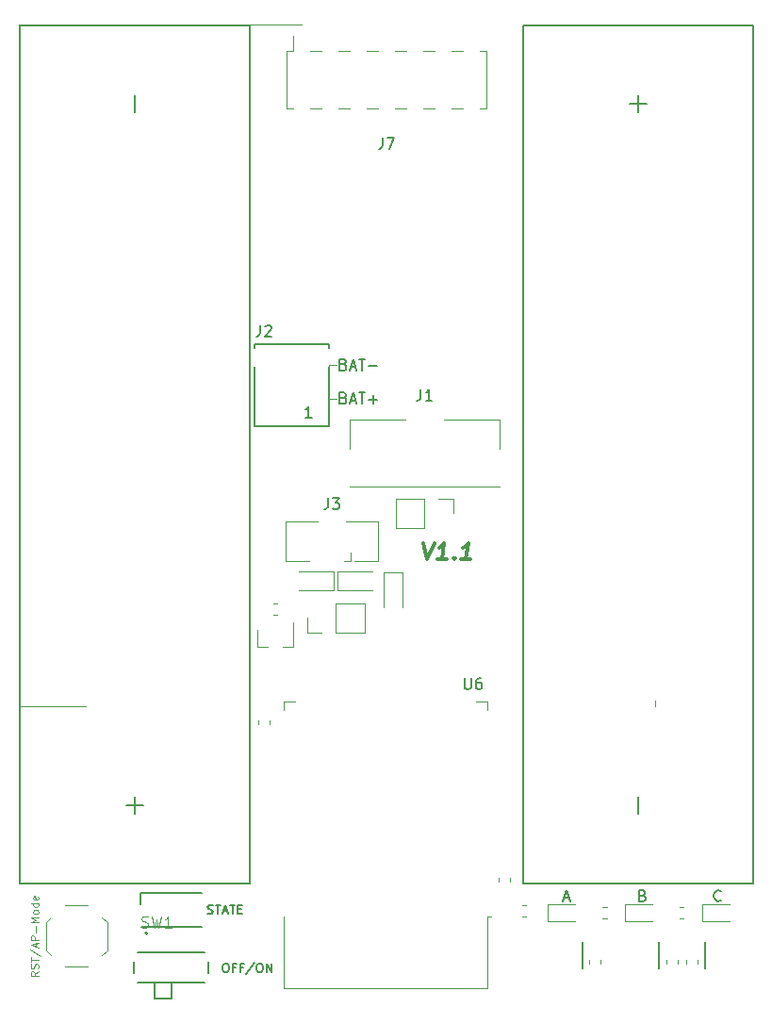
<source format=gbr>
%TF.GenerationSoftware,KiCad,Pcbnew,(5.1.6)-1*%
%TF.CreationDate,2022-08-05T13:09:53+02:00*%
%TF.ProjectId,ZumoComSystem,5a756d6f-436f-46d5-9379-7374656d2e6b,V1.1*%
%TF.SameCoordinates,Original*%
%TF.FileFunction,Legend,Top*%
%TF.FilePolarity,Positive*%
%FSLAX46Y46*%
G04 Gerber Fmt 4.6, Leading zero omitted, Abs format (unit mm)*
G04 Created by KiCad (PCBNEW (5.1.6)-1) date 2022-08-05 13:09:53*
%MOMM*%
%LPD*%
G01*
G04 APERTURE LIST*
%ADD10C,0.300000*%
%ADD11C,0.120000*%
%ADD12C,0.150000*%
%ADD13C,0.127000*%
%ADD14C,0.200000*%
%ADD15C,0.015000*%
G04 APERTURE END LIST*
D10*
X150335714Y-104538571D02*
X150648214Y-106038571D01*
X151335714Y-104538571D01*
X152433928Y-106038571D02*
X151576785Y-106038571D01*
X152005357Y-106038571D02*
X152192857Y-104538571D01*
X152023214Y-104752857D01*
X151862500Y-104895714D01*
X151710714Y-104967142D01*
X153094642Y-105895714D02*
X153157142Y-105967142D01*
X153076785Y-106038571D01*
X153014285Y-105967142D01*
X153094642Y-105895714D01*
X153076785Y-106038571D01*
X154576785Y-106038571D02*
X153719642Y-106038571D01*
X154148214Y-106038571D02*
X154335714Y-104538571D01*
X154166071Y-104752857D01*
X154005357Y-104895714D01*
X153853571Y-104967142D01*
D11*
X141800000Y-88600000D02*
X141800000Y-88800000D01*
X142500000Y-91600000D02*
X141800000Y-91600000D01*
X142500000Y-88600000D02*
X141800000Y-88600000D01*
D12*
X143142857Y-88528571D02*
X143285714Y-88576190D01*
X143333333Y-88623809D01*
X143380952Y-88719047D01*
X143380952Y-88861904D01*
X143333333Y-88957142D01*
X143285714Y-89004761D01*
X143190476Y-89052380D01*
X142809523Y-89052380D01*
X142809523Y-88052380D01*
X143142857Y-88052380D01*
X143238095Y-88100000D01*
X143285714Y-88147619D01*
X143333333Y-88242857D01*
X143333333Y-88338095D01*
X143285714Y-88433333D01*
X143238095Y-88480952D01*
X143142857Y-88528571D01*
X142809523Y-88528571D01*
X143761904Y-88766666D02*
X144238095Y-88766666D01*
X143666666Y-89052380D02*
X144000000Y-88052380D01*
X144333333Y-89052380D01*
X144523809Y-88052380D02*
X145095238Y-88052380D01*
X144809523Y-89052380D02*
X144809523Y-88052380D01*
X145428571Y-88671428D02*
X146190476Y-88671428D01*
X143142857Y-91528571D02*
X143285714Y-91576190D01*
X143333333Y-91623809D01*
X143380952Y-91719047D01*
X143380952Y-91861904D01*
X143333333Y-91957142D01*
X143285714Y-92004761D01*
X143190476Y-92052380D01*
X142809523Y-92052380D01*
X142809523Y-91052380D01*
X143142857Y-91052380D01*
X143238095Y-91100000D01*
X143285714Y-91147619D01*
X143333333Y-91242857D01*
X143333333Y-91338095D01*
X143285714Y-91433333D01*
X143238095Y-91480952D01*
X143142857Y-91528571D01*
X142809523Y-91528571D01*
X143761904Y-91766666D02*
X144238095Y-91766666D01*
X143666666Y-92052380D02*
X144000000Y-91052380D01*
X144333333Y-92052380D01*
X144523809Y-91052380D02*
X145095238Y-91052380D01*
X144809523Y-92052380D02*
X144809523Y-91052380D01*
X145428571Y-91671428D02*
X146190476Y-91671428D01*
X145809523Y-92052380D02*
X145809523Y-91290476D01*
X132480952Y-142311904D02*
X132633333Y-142311904D01*
X132709523Y-142350000D01*
X132785714Y-142426190D01*
X132823809Y-142578571D01*
X132823809Y-142845238D01*
X132785714Y-142997619D01*
X132709523Y-143073809D01*
X132633333Y-143111904D01*
X132480952Y-143111904D01*
X132404761Y-143073809D01*
X132328571Y-142997619D01*
X132290476Y-142845238D01*
X132290476Y-142578571D01*
X132328571Y-142426190D01*
X132404761Y-142350000D01*
X132480952Y-142311904D01*
X133433333Y-142692857D02*
X133166666Y-142692857D01*
X133166666Y-143111904D02*
X133166666Y-142311904D01*
X133547619Y-142311904D01*
X134119047Y-142692857D02*
X133852380Y-142692857D01*
X133852380Y-143111904D02*
X133852380Y-142311904D01*
X134233333Y-142311904D01*
X135109523Y-142273809D02*
X134423809Y-143302380D01*
X135528571Y-142311904D02*
X135680952Y-142311904D01*
X135757142Y-142350000D01*
X135833333Y-142426190D01*
X135871428Y-142578571D01*
X135871428Y-142845238D01*
X135833333Y-142997619D01*
X135757142Y-143073809D01*
X135680952Y-143111904D01*
X135528571Y-143111904D01*
X135452380Y-143073809D01*
X135376190Y-142997619D01*
X135338095Y-142845238D01*
X135338095Y-142578571D01*
X135376190Y-142426190D01*
X135452380Y-142350000D01*
X135528571Y-142311904D01*
X136214285Y-143111904D02*
X136214285Y-142311904D01*
X136671428Y-143111904D01*
X136671428Y-142311904D01*
X130957142Y-137823809D02*
X131071428Y-137861904D01*
X131261904Y-137861904D01*
X131338095Y-137823809D01*
X131376190Y-137785714D01*
X131414285Y-137709523D01*
X131414285Y-137633333D01*
X131376190Y-137557142D01*
X131338095Y-137519047D01*
X131261904Y-137480952D01*
X131109523Y-137442857D01*
X131033333Y-137404761D01*
X130995238Y-137366666D01*
X130957142Y-137290476D01*
X130957142Y-137214285D01*
X130995238Y-137138095D01*
X131033333Y-137100000D01*
X131109523Y-137061904D01*
X131300000Y-137061904D01*
X131414285Y-137100000D01*
X131642857Y-137061904D02*
X132100000Y-137061904D01*
X131871428Y-137861904D02*
X131871428Y-137061904D01*
X132328571Y-137633333D02*
X132709523Y-137633333D01*
X132252380Y-137861904D02*
X132519047Y-137061904D01*
X132785714Y-137861904D01*
X132938095Y-137061904D02*
X133395238Y-137061904D01*
X133166666Y-137861904D02*
X133166666Y-137061904D01*
X133661904Y-137442857D02*
X133928571Y-137442857D01*
X134042857Y-137861904D02*
X133661904Y-137861904D01*
X133661904Y-137061904D01*
X134042857Y-137061904D01*
D11*
X114000000Y-58000000D02*
X139400000Y-58000000D01*
D12*
X177034523Y-136632142D02*
X176986904Y-136679761D01*
X176844047Y-136727380D01*
X176748809Y-136727380D01*
X176605952Y-136679761D01*
X176510714Y-136584523D01*
X176463095Y-136489285D01*
X176415476Y-136298809D01*
X176415476Y-136155952D01*
X176463095Y-135965476D01*
X176510714Y-135870238D01*
X176605952Y-135775000D01*
X176748809Y-135727380D01*
X176844047Y-135727380D01*
X176986904Y-135775000D01*
X177034523Y-135822619D01*
X170021428Y-136203571D02*
X170164285Y-136251190D01*
X170211904Y-136298809D01*
X170259523Y-136394047D01*
X170259523Y-136536904D01*
X170211904Y-136632142D01*
X170164285Y-136679761D01*
X170069047Y-136727380D01*
X169688095Y-136727380D01*
X169688095Y-135727380D01*
X170021428Y-135727380D01*
X170116666Y-135775000D01*
X170164285Y-135822619D01*
X170211904Y-135917857D01*
X170211904Y-136013095D01*
X170164285Y-136108333D01*
X170116666Y-136155952D01*
X170021428Y-136203571D01*
X169688095Y-136203571D01*
X162911904Y-136441666D02*
X163388095Y-136441666D01*
X162816666Y-136727380D02*
X163150000Y-135727380D01*
X163483333Y-136727380D01*
D11*
X115741666Y-143041666D02*
X115408333Y-143275000D01*
X115741666Y-143441666D02*
X115041666Y-143441666D01*
X115041666Y-143175000D01*
X115075000Y-143108333D01*
X115108333Y-143075000D01*
X115175000Y-143041666D01*
X115275000Y-143041666D01*
X115341666Y-143075000D01*
X115375000Y-143108333D01*
X115408333Y-143175000D01*
X115408333Y-143441666D01*
X115708333Y-142775000D02*
X115741666Y-142675000D01*
X115741666Y-142508333D01*
X115708333Y-142441666D01*
X115675000Y-142408333D01*
X115608333Y-142375000D01*
X115541666Y-142375000D01*
X115475000Y-142408333D01*
X115441666Y-142441666D01*
X115408333Y-142508333D01*
X115375000Y-142641666D01*
X115341666Y-142708333D01*
X115308333Y-142741666D01*
X115241666Y-142775000D01*
X115175000Y-142775000D01*
X115108333Y-142741666D01*
X115075000Y-142708333D01*
X115041666Y-142641666D01*
X115041666Y-142475000D01*
X115075000Y-142375000D01*
X115041666Y-142175000D02*
X115041666Y-141775000D01*
X115741666Y-141975000D02*
X115041666Y-141975000D01*
X115008333Y-141041666D02*
X115908333Y-141641666D01*
X115541666Y-140841666D02*
X115541666Y-140508333D01*
X115741666Y-140908333D02*
X115041666Y-140675000D01*
X115741666Y-140441666D01*
X115741666Y-140208333D02*
X115041666Y-140208333D01*
X115041666Y-139941666D01*
X115075000Y-139875000D01*
X115108333Y-139841666D01*
X115175000Y-139808333D01*
X115275000Y-139808333D01*
X115341666Y-139841666D01*
X115375000Y-139875000D01*
X115408333Y-139941666D01*
X115408333Y-140208333D01*
X115475000Y-139508333D02*
X115475000Y-138975000D01*
X115741666Y-138641666D02*
X115041666Y-138641666D01*
X115541666Y-138408333D01*
X115041666Y-138175000D01*
X115741666Y-138175000D01*
X115741666Y-137741666D02*
X115708333Y-137808333D01*
X115675000Y-137841666D01*
X115608333Y-137875000D01*
X115408333Y-137875000D01*
X115341666Y-137841666D01*
X115308333Y-137808333D01*
X115275000Y-137741666D01*
X115275000Y-137641666D01*
X115308333Y-137575000D01*
X115341666Y-137541666D01*
X115408333Y-137508333D01*
X115608333Y-137508333D01*
X115675000Y-137541666D01*
X115708333Y-137575000D01*
X115741666Y-137641666D01*
X115741666Y-137741666D01*
X115741666Y-136908333D02*
X115041666Y-136908333D01*
X115708333Y-136908333D02*
X115741666Y-136975000D01*
X115741666Y-137108333D01*
X115708333Y-137175000D01*
X115675000Y-137208333D01*
X115608333Y-137241666D01*
X115408333Y-137241666D01*
X115341666Y-137208333D01*
X115308333Y-137175000D01*
X115275000Y-137108333D01*
X115275000Y-136975000D01*
X115308333Y-136908333D01*
X115708333Y-136308333D02*
X115741666Y-136375000D01*
X115741666Y-136508333D01*
X115708333Y-136575000D01*
X115641666Y-136608333D01*
X115375000Y-136608333D01*
X115308333Y-136575000D01*
X115275000Y-136508333D01*
X115275000Y-136375000D01*
X115308333Y-136308333D01*
X115375000Y-136275000D01*
X115441666Y-136275000D01*
X115508333Y-136608333D01*
X171100000Y-119200000D02*
X171100000Y-118700000D01*
X120000000Y-119200000D02*
X114000000Y-119200000D01*
D13*
%TO.C,SW1*%
X131025000Y-142150000D02*
X131025000Y-143150000D01*
X124675000Y-144000000D02*
X130675000Y-144000000D01*
X124675000Y-141300000D02*
X130675000Y-141300000D01*
X124325000Y-142150000D02*
X124325000Y-143150000D01*
X127675000Y-145500000D02*
X127675000Y-144000000D01*
X126175000Y-145500000D02*
X127675000Y-145500000D01*
X126175000Y-144000000D02*
X126175000Y-145500000D01*
D14*
X125525000Y-139600000D02*
G75*
G03*
X125525000Y-139600000I-100000J0D01*
G01*
D11*
%TO.C,TP2*%
X139870000Y-112630000D02*
X139870000Y-111300000D01*
X141200000Y-112630000D02*
X139870000Y-112630000D01*
X142470000Y-112630000D02*
X142470000Y-109970000D01*
X142470000Y-109970000D02*
X145070000Y-109970000D01*
X142470000Y-112630000D02*
X145070000Y-112630000D01*
X145070000Y-112630000D02*
X145070000Y-109970000D01*
%TO.C,TP1*%
X153030000Y-100570000D02*
X153030000Y-101900000D01*
X151700000Y-100570000D02*
X153030000Y-100570000D01*
X150430000Y-100570000D02*
X150430000Y-103230000D01*
X150430000Y-103230000D02*
X147830000Y-103230000D01*
X150430000Y-100570000D02*
X147830000Y-100570000D01*
X147830000Y-100570000D02*
X147830000Y-103230000D01*
D12*
%TO.C,D11*%
X130375000Y-139000000D02*
X124975000Y-139000000D01*
X130375000Y-136000000D02*
X124875000Y-136000000D01*
X124875000Y-137000000D02*
X124875000Y-136000000D01*
D14*
%TO.C,SW5*%
X175600000Y-140400000D02*
X175600000Y-142800000D01*
%TO.C,SW4*%
X171500000Y-142800000D02*
X171500000Y-140400000D01*
%TO.C,SW3*%
X164600000Y-142800000D02*
X164600000Y-140400000D01*
D11*
%TO.C,J1*%
X143725000Y-93500000D02*
X148675000Y-93500000D01*
X143725000Y-93500000D02*
X143725000Y-96100000D01*
X157125000Y-93500000D02*
X157125000Y-96100000D01*
X157125000Y-93500000D02*
X152175000Y-93500000D01*
X157125000Y-99500000D02*
X143725000Y-99500000D01*
%TO.C,U6*%
X156045000Y-119550000D02*
X156045000Y-118770000D01*
X156045000Y-118770000D02*
X155045000Y-118770000D01*
X137805000Y-119550000D02*
X137805000Y-118770000D01*
X137805000Y-118770000D02*
X138805000Y-118770000D01*
X156045000Y-144515000D02*
X137805000Y-144515000D01*
X137805000Y-144515000D02*
X137805000Y-138095000D01*
X156045000Y-144515000D02*
X156045000Y-138095000D01*
X156045000Y-138095000D02*
X156425000Y-138095000D01*
%TO.C,J3*%
X143800000Y-105425000D02*
X143800000Y-106175000D01*
X143800000Y-106175000D02*
X143200000Y-106175000D01*
X144100000Y-106175000D02*
X146250000Y-106175000D01*
X137950000Y-106175000D02*
X137950000Y-102625000D01*
X146250000Y-102625000D02*
X143350000Y-102625000D01*
X146250000Y-106175000D02*
X146250000Y-102625000D01*
X137950000Y-102625000D02*
X140850000Y-102625000D01*
X140100000Y-106175000D02*
X137950000Y-106175000D01*
%TO.C,D8*%
X163972500Y-137015000D02*
X161512500Y-137015000D01*
X161512500Y-137015000D02*
X161512500Y-138485000D01*
X161512500Y-138485000D02*
X163972500Y-138485000D01*
%TO.C,D10*%
X177814166Y-137015000D02*
X175354166Y-137015000D01*
X175354166Y-137015000D02*
X175354166Y-138485000D01*
X175354166Y-138485000D02*
X177814166Y-138485000D01*
%TO.C,D9*%
X170850000Y-137015000D02*
X168390000Y-137015000D01*
X168390000Y-137015000D02*
X168390000Y-138485000D01*
X168390000Y-138485000D02*
X170850000Y-138485000D01*
%TO.C,SW2*%
X116850000Y-138175000D02*
X116400000Y-138625000D01*
X116850000Y-141575000D02*
X116400000Y-141125000D01*
X121450000Y-141575000D02*
X121900000Y-141125000D01*
X121450000Y-138175000D02*
X121900000Y-138625000D01*
X120150000Y-142625000D02*
X118150000Y-142625000D01*
X116400000Y-138625000D02*
X116400000Y-141125000D01*
X120150000Y-137125000D02*
X118150000Y-137125000D01*
X121900000Y-138625000D02*
X121900000Y-141125000D01*
D13*
%TO.C,BT1*%
X124400000Y-127350000D02*
X124400000Y-128850000D01*
X123650000Y-128100000D02*
X125150000Y-128100000D01*
X134725000Y-58075000D02*
X114075000Y-58075000D01*
X114075000Y-58075000D02*
X114075000Y-135125000D01*
X114075000Y-135125000D02*
X134725000Y-135125000D01*
X134725000Y-135125000D02*
X134725000Y-58075000D01*
X124400000Y-65850000D02*
X124400000Y-64350000D01*
D11*
%TO.C,R15*%
X157040000Y-134946267D02*
X157040000Y-134603733D01*
X158060000Y-134946267D02*
X158060000Y-134603733D01*
%TO.C,R17*%
X136485000Y-120503733D02*
X136485000Y-120846267D01*
X135465000Y-120503733D02*
X135465000Y-120846267D01*
%TO.C,R22*%
X159153733Y-137090000D02*
X159496267Y-137090000D01*
X159153733Y-138110000D02*
X159496267Y-138110000D01*
%TO.C,R26*%
X173671267Y-138260000D02*
X173328733Y-138260000D01*
X173671267Y-137240000D02*
X173328733Y-137240000D01*
%TO.C,R24*%
X166771267Y-138260000D02*
X166428733Y-138260000D01*
X166771267Y-137240000D02*
X166428733Y-137240000D01*
%TO.C,D4*%
X148450000Y-107200000D02*
X146750000Y-107200000D01*
X146750000Y-107200000D02*
X146750000Y-110350000D01*
X148450000Y-107200000D02*
X148450000Y-110350000D01*
%TO.C,J7*%
X138050000Y-65550000D02*
X138050000Y-60350000D01*
X138050000Y-60350000D02*
X138620000Y-60350000D01*
X140140000Y-60350000D02*
X141160000Y-60350000D01*
X142680000Y-60350000D02*
X143700000Y-60350000D01*
X145220000Y-60350000D02*
X146240000Y-60350000D01*
X147760000Y-60350000D02*
X148780000Y-60350000D01*
X150300000Y-60350000D02*
X151320000Y-60350000D01*
X152840000Y-60350000D02*
X153860000Y-60350000D01*
X155380000Y-60350000D02*
X155950000Y-60350000D01*
X155950000Y-65550000D02*
X155950000Y-60350000D01*
X138050000Y-65550000D02*
X138620000Y-65550000D01*
X140140000Y-65550000D02*
X141160000Y-65550000D01*
X142680000Y-65550000D02*
X143700000Y-65550000D01*
X145220000Y-65550000D02*
X146240000Y-65550000D01*
X147760000Y-65550000D02*
X148780000Y-65550000D01*
X150300000Y-65550000D02*
X151320000Y-65550000D01*
X152840000Y-65550000D02*
X153860000Y-65550000D01*
X155380000Y-65550000D02*
X155950000Y-65550000D01*
X138620000Y-60350000D02*
X138620000Y-58990000D01*
%TO.C,D5*%
X142300000Y-108850000D02*
X142300000Y-107150000D01*
X142300000Y-107150000D02*
X139150000Y-107150000D01*
X142300000Y-108850000D02*
X139150000Y-108850000D01*
%TO.C,D6*%
X142600000Y-107150000D02*
X142600000Y-108850000D01*
X142600000Y-108850000D02*
X145750000Y-108850000D01*
X142600000Y-107150000D02*
X145750000Y-107150000D01*
%TO.C,R12*%
X137171267Y-109990000D02*
X136828733Y-109990000D01*
X137171267Y-111010000D02*
X136828733Y-111010000D01*
%TO.C,Q5*%
X135420000Y-113860000D02*
X135420000Y-112400000D01*
X138580000Y-113860000D02*
X138580000Y-111700000D01*
X138580000Y-113860000D02*
X137650000Y-113860000D01*
X135420000Y-113860000D02*
X136350000Y-113860000D01*
D13*
%TO.C,J2*%
X141810000Y-86730000D02*
X135110000Y-86730000D01*
X135110000Y-94090000D02*
X141810000Y-94090000D01*
X135110000Y-88740000D02*
X135110000Y-94090000D01*
X141810000Y-88750000D02*
X141810000Y-94050000D01*
X135110000Y-87060000D02*
X135110000Y-86730000D01*
X141810000Y-87060000D02*
X141810000Y-86730000D01*
D11*
%TO.C,C16*%
X165240000Y-141978733D02*
X165240000Y-142321267D01*
X166260000Y-141978733D02*
X166260000Y-142321267D01*
%TO.C,C17*%
X172170000Y-142008733D02*
X172170000Y-142351267D01*
X173190000Y-142008733D02*
X173190000Y-142351267D01*
%TO.C,C18*%
X173920000Y-141998733D02*
X173920000Y-142341267D01*
X174940000Y-141998733D02*
X174940000Y-142341267D01*
D13*
%TO.C,BT2*%
X169600000Y-65850000D02*
X169600000Y-64350000D01*
X170350000Y-65100000D02*
X168850000Y-65100000D01*
X159275000Y-135125000D02*
X179925000Y-135125000D01*
X179925000Y-135125000D02*
X179925000Y-58075000D01*
X179925000Y-58075000D02*
X159275000Y-58075000D01*
X159275000Y-58075000D02*
X159275000Y-135125000D01*
X169600000Y-127350000D02*
X169600000Y-128850000D01*
%TO.C,SW1*%
D15*
X125016077Y-139041949D02*
X125158967Y-139089579D01*
X125397116Y-139089579D01*
X125492376Y-139041949D01*
X125540006Y-138994319D01*
X125587636Y-138899059D01*
X125587636Y-138803799D01*
X125540006Y-138708539D01*
X125492376Y-138660909D01*
X125397116Y-138613280D01*
X125206597Y-138565650D01*
X125111337Y-138518020D01*
X125063707Y-138470390D01*
X125016077Y-138375130D01*
X125016077Y-138279870D01*
X125063707Y-138184610D01*
X125111337Y-138136981D01*
X125206597Y-138089351D01*
X125444746Y-138089351D01*
X125587636Y-138136981D01*
X125921045Y-138089351D02*
X126159195Y-139089579D01*
X126349715Y-138375130D01*
X126540234Y-139089579D01*
X126778384Y-138089351D01*
X127683352Y-139089579D02*
X127111793Y-139089579D01*
X127397572Y-139089579D02*
X127397572Y-138089351D01*
X127302313Y-138232240D01*
X127207053Y-138327500D01*
X127111793Y-138375130D01*
%TO.C,J1*%
D12*
X150091666Y-90752380D02*
X150091666Y-91466666D01*
X150044047Y-91609523D01*
X149948809Y-91704761D01*
X149805952Y-91752380D01*
X149710714Y-91752380D01*
X151091666Y-91752380D02*
X150520238Y-91752380D01*
X150805952Y-91752380D02*
X150805952Y-90752380D01*
X150710714Y-90895238D01*
X150615476Y-90990476D01*
X150520238Y-91038095D01*
%TO.C,U6*%
X154013095Y-116702380D02*
X154013095Y-117511904D01*
X154060714Y-117607142D01*
X154108333Y-117654761D01*
X154203571Y-117702380D01*
X154394047Y-117702380D01*
X154489285Y-117654761D01*
X154536904Y-117607142D01*
X154584523Y-117511904D01*
X154584523Y-116702380D01*
X155489285Y-116702380D02*
X155298809Y-116702380D01*
X155203571Y-116750000D01*
X155155952Y-116797619D01*
X155060714Y-116940476D01*
X155013095Y-117130952D01*
X155013095Y-117511904D01*
X155060714Y-117607142D01*
X155108333Y-117654761D01*
X155203571Y-117702380D01*
X155394047Y-117702380D01*
X155489285Y-117654761D01*
X155536904Y-117607142D01*
X155584523Y-117511904D01*
X155584523Y-117273809D01*
X155536904Y-117178571D01*
X155489285Y-117130952D01*
X155394047Y-117083333D01*
X155203571Y-117083333D01*
X155108333Y-117130952D01*
X155060714Y-117178571D01*
X155013095Y-117273809D01*
%TO.C,J3*%
X141766666Y-100514333D02*
X141766666Y-101228619D01*
X141719047Y-101371476D01*
X141623809Y-101466714D01*
X141480952Y-101514333D01*
X141385714Y-101514333D01*
X142147619Y-100514333D02*
X142766666Y-100514333D01*
X142433333Y-100895286D01*
X142576190Y-100895286D01*
X142671428Y-100942905D01*
X142719047Y-100990524D01*
X142766666Y-101085762D01*
X142766666Y-101323857D01*
X142719047Y-101419095D01*
X142671428Y-101466714D01*
X142576190Y-101514333D01*
X142290476Y-101514333D01*
X142195238Y-101466714D01*
X142147619Y-101419095D01*
%TO.C,J7*%
X146666666Y-68152380D02*
X146666666Y-68866666D01*
X146619047Y-69009523D01*
X146523809Y-69104761D01*
X146380952Y-69152380D01*
X146285714Y-69152380D01*
X147047619Y-68152380D02*
X147714285Y-68152380D01*
X147285714Y-69152380D01*
%TO.C,J2*%
X135656666Y-85012380D02*
X135656666Y-85726666D01*
X135609047Y-85869523D01*
X135513809Y-85964761D01*
X135370952Y-86012380D01*
X135275714Y-86012380D01*
X136085238Y-85107619D02*
X136132857Y-85060000D01*
X136228095Y-85012380D01*
X136466190Y-85012380D01*
X136561428Y-85060000D01*
X136609047Y-85107619D01*
X136656666Y-85202857D01*
X136656666Y-85298095D01*
X136609047Y-85440952D01*
X136037619Y-86012380D01*
X136656666Y-86012380D01*
X140275714Y-93302380D02*
X139704285Y-93302380D01*
X139990000Y-93302380D02*
X139990000Y-92302380D01*
X139894761Y-92445238D01*
X139799523Y-92540476D01*
X139704285Y-92588095D01*
%TD*%
M02*

</source>
